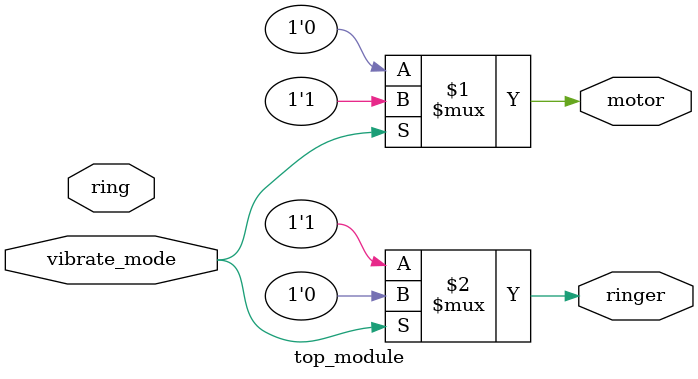
<source format=sv>
module top_module(
	input ring, 
	input vibrate_mode,
	output ringer,
	output motor
);
    assign motor = vibrate_mode ? 1'b1 : 1'b0;
    assign ringer = vibrate_mode ? 1'b0 : 1'b1;
endmodule

</source>
